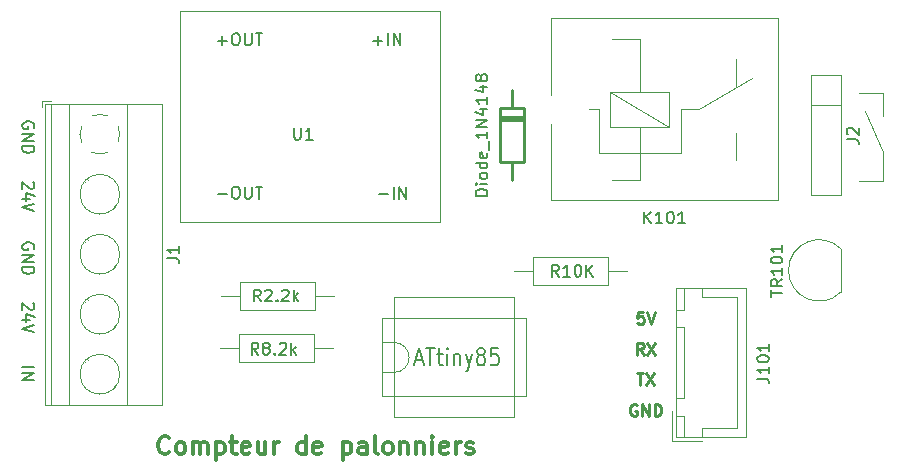
<source format=gbr>
%TF.GenerationSoftware,KiCad,Pcbnew,(5.1.9)-1*%
%TF.CreationDate,2023-05-28T15:43:21+02:00*%
%TF.ProjectId,Compteur_palonniers,436f6d70-7465-4757-925f-70616c6f6e6e,rev?*%
%TF.SameCoordinates,PX6dac2c0PY7bfa480*%
%TF.FileFunction,Legend,Top*%
%TF.FilePolarity,Positive*%
%FSLAX46Y46*%
G04 Gerber Fmt 4.6, Leading zero omitted, Abs format (unit mm)*
G04 Created by KiCad (PCBNEW (5.1.9)-1) date 2023-05-28 15:43:21*
%MOMM*%
%LPD*%
G01*
G04 APERTURE LIST*
%ADD10C,0.250000*%
%ADD11C,0.300000*%
%ADD12C,0.120000*%
%ADD13C,0.150000*%
%ADD14C,0.254000*%
G04 APERTURE END LIST*
D10*
X52738095Y8500000D02*
X52642857Y8547620D01*
X52500000Y8547620D01*
X52357142Y8500000D01*
X52261904Y8404762D01*
X52214285Y8309524D01*
X52166666Y8119048D01*
X52166666Y7976191D01*
X52214285Y7785715D01*
X52261904Y7690477D01*
X52357142Y7595239D01*
X52500000Y7547620D01*
X52595238Y7547620D01*
X52738095Y7595239D01*
X52785714Y7642858D01*
X52785714Y7976191D01*
X52595238Y7976191D01*
X53214285Y7547620D02*
X53214285Y8547620D01*
X53785714Y7547620D01*
X53785714Y8547620D01*
X54261904Y7547620D02*
X54261904Y8547620D01*
X54500000Y8547620D01*
X54642857Y8500000D01*
X54738095Y8404762D01*
X54785714Y8309524D01*
X54833333Y8119048D01*
X54833333Y7976191D01*
X54785714Y7785715D01*
X54738095Y7690477D01*
X54642857Y7595239D01*
X54500000Y7547620D01*
X54261904Y7547620D01*
X52738095Y11147620D02*
X53309523Y11147620D01*
X53023809Y10147620D02*
X53023809Y11147620D01*
X53547619Y11147620D02*
X54214285Y10147620D01*
X54214285Y11147620D02*
X53547619Y10147620D01*
X53333333Y12747620D02*
X53000000Y13223810D01*
X52761904Y12747620D02*
X52761904Y13747620D01*
X53142857Y13747620D01*
X53238095Y13700000D01*
X53285714Y13652381D01*
X53333333Y13557143D01*
X53333333Y13414286D01*
X53285714Y13319048D01*
X53238095Y13271429D01*
X53142857Y13223810D01*
X52761904Y13223810D01*
X53666666Y13747620D02*
X54333333Y12747620D01*
X54333333Y13747620D02*
X53666666Y12747620D01*
X53309523Y16347620D02*
X52833333Y16347620D01*
X52785714Y15871429D01*
X52833333Y15919048D01*
X52928571Y15966667D01*
X53166666Y15966667D01*
X53261904Y15919048D01*
X53309523Y15871429D01*
X53357142Y15776191D01*
X53357142Y15538096D01*
X53309523Y15442858D01*
X53261904Y15395239D01*
X53166666Y15347620D01*
X52928571Y15347620D01*
X52833333Y15395239D01*
X52785714Y15442858D01*
X53642857Y16347620D02*
X53976190Y15347620D01*
X54309523Y16347620D01*
D11*
X13171428Y4464286D02*
X13100000Y4392858D01*
X12885714Y4321429D01*
X12742857Y4321429D01*
X12528571Y4392858D01*
X12385714Y4535715D01*
X12314285Y4678572D01*
X12242857Y4964286D01*
X12242857Y5178572D01*
X12314285Y5464286D01*
X12385714Y5607143D01*
X12528571Y5750000D01*
X12742857Y5821429D01*
X12885714Y5821429D01*
X13100000Y5750000D01*
X13171428Y5678572D01*
X14028571Y4321429D02*
X13885714Y4392858D01*
X13814285Y4464286D01*
X13742857Y4607143D01*
X13742857Y5035715D01*
X13814285Y5178572D01*
X13885714Y5250000D01*
X14028571Y5321429D01*
X14242857Y5321429D01*
X14385714Y5250000D01*
X14457142Y5178572D01*
X14528571Y5035715D01*
X14528571Y4607143D01*
X14457142Y4464286D01*
X14385714Y4392858D01*
X14242857Y4321429D01*
X14028571Y4321429D01*
X15171428Y4321429D02*
X15171428Y5321429D01*
X15171428Y5178572D02*
X15242857Y5250000D01*
X15385714Y5321429D01*
X15600000Y5321429D01*
X15742857Y5250000D01*
X15814285Y5107143D01*
X15814285Y4321429D01*
X15814285Y5107143D02*
X15885714Y5250000D01*
X16028571Y5321429D01*
X16242857Y5321429D01*
X16385714Y5250000D01*
X16457142Y5107143D01*
X16457142Y4321429D01*
X17171428Y5321429D02*
X17171428Y3821429D01*
X17171428Y5250000D02*
X17314285Y5321429D01*
X17600000Y5321429D01*
X17742857Y5250000D01*
X17814285Y5178572D01*
X17885714Y5035715D01*
X17885714Y4607143D01*
X17814285Y4464286D01*
X17742857Y4392858D01*
X17600000Y4321429D01*
X17314285Y4321429D01*
X17171428Y4392858D01*
X18314285Y5321429D02*
X18885714Y5321429D01*
X18528571Y5821429D02*
X18528571Y4535715D01*
X18600000Y4392858D01*
X18742857Y4321429D01*
X18885714Y4321429D01*
X19957142Y4392858D02*
X19814285Y4321429D01*
X19528571Y4321429D01*
X19385714Y4392858D01*
X19314285Y4535715D01*
X19314285Y5107143D01*
X19385714Y5250000D01*
X19528571Y5321429D01*
X19814285Y5321429D01*
X19957142Y5250000D01*
X20028571Y5107143D01*
X20028571Y4964286D01*
X19314285Y4821429D01*
X21314285Y5321429D02*
X21314285Y4321429D01*
X20671428Y5321429D02*
X20671428Y4535715D01*
X20742857Y4392858D01*
X20885714Y4321429D01*
X21100000Y4321429D01*
X21242857Y4392858D01*
X21314285Y4464286D01*
X22028571Y4321429D02*
X22028571Y5321429D01*
X22028571Y5035715D02*
X22100000Y5178572D01*
X22171428Y5250000D01*
X22314285Y5321429D01*
X22457142Y5321429D01*
X24742857Y4321429D02*
X24742857Y5821429D01*
X24742857Y4392858D02*
X24600000Y4321429D01*
X24314285Y4321429D01*
X24171428Y4392858D01*
X24100000Y4464286D01*
X24028571Y4607143D01*
X24028571Y5035715D01*
X24100000Y5178572D01*
X24171428Y5250000D01*
X24314285Y5321429D01*
X24600000Y5321429D01*
X24742857Y5250000D01*
X26028571Y4392858D02*
X25885714Y4321429D01*
X25600000Y4321429D01*
X25457142Y4392858D01*
X25385714Y4535715D01*
X25385714Y5107143D01*
X25457142Y5250000D01*
X25600000Y5321429D01*
X25885714Y5321429D01*
X26028571Y5250000D01*
X26100000Y5107143D01*
X26100000Y4964286D01*
X25385714Y4821429D01*
X27885714Y5321429D02*
X27885714Y3821429D01*
X27885714Y5250000D02*
X28028571Y5321429D01*
X28314285Y5321429D01*
X28457142Y5250000D01*
X28528571Y5178572D01*
X28600000Y5035715D01*
X28600000Y4607143D01*
X28528571Y4464286D01*
X28457142Y4392858D01*
X28314285Y4321429D01*
X28028571Y4321429D01*
X27885714Y4392858D01*
X29885714Y4321429D02*
X29885714Y5107143D01*
X29814285Y5250000D01*
X29671428Y5321429D01*
X29385714Y5321429D01*
X29242857Y5250000D01*
X29885714Y4392858D02*
X29742857Y4321429D01*
X29385714Y4321429D01*
X29242857Y4392858D01*
X29171428Y4535715D01*
X29171428Y4678572D01*
X29242857Y4821429D01*
X29385714Y4892858D01*
X29742857Y4892858D01*
X29885714Y4964286D01*
X30814285Y4321429D02*
X30671428Y4392858D01*
X30600000Y4535715D01*
X30600000Y5821429D01*
X31600000Y4321429D02*
X31457142Y4392858D01*
X31385714Y4464286D01*
X31314285Y4607143D01*
X31314285Y5035715D01*
X31385714Y5178572D01*
X31457142Y5250000D01*
X31600000Y5321429D01*
X31814285Y5321429D01*
X31957142Y5250000D01*
X32028571Y5178572D01*
X32100000Y5035715D01*
X32100000Y4607143D01*
X32028571Y4464286D01*
X31957142Y4392858D01*
X31814285Y4321429D01*
X31600000Y4321429D01*
X32742857Y5321429D02*
X32742857Y4321429D01*
X32742857Y5178572D02*
X32814285Y5250000D01*
X32957142Y5321429D01*
X33171428Y5321429D01*
X33314285Y5250000D01*
X33385714Y5107143D01*
X33385714Y4321429D01*
X34100000Y5321429D02*
X34100000Y4321429D01*
X34100000Y5178572D02*
X34171428Y5250000D01*
X34314285Y5321429D01*
X34528571Y5321429D01*
X34671428Y5250000D01*
X34742857Y5107143D01*
X34742857Y4321429D01*
X35457142Y4321429D02*
X35457142Y5321429D01*
X35457142Y5821429D02*
X35385714Y5750000D01*
X35457142Y5678572D01*
X35528571Y5750000D01*
X35457142Y5821429D01*
X35457142Y5678572D01*
X36742857Y4392858D02*
X36600000Y4321429D01*
X36314285Y4321429D01*
X36171428Y4392858D01*
X36100000Y4535715D01*
X36100000Y5107143D01*
X36171428Y5250000D01*
X36314285Y5321429D01*
X36600000Y5321429D01*
X36742857Y5250000D01*
X36814285Y5107143D01*
X36814285Y4964286D01*
X36100000Y4821429D01*
X37457142Y4321429D02*
X37457142Y5321429D01*
X37457142Y5035715D02*
X37528571Y5178572D01*
X37600000Y5250000D01*
X37742857Y5321429D01*
X37885714Y5321429D01*
X38314285Y4392858D02*
X38457142Y4321429D01*
X38742857Y4321429D01*
X38885714Y4392858D01*
X38957142Y4535715D01*
X38957142Y4607143D01*
X38885714Y4750000D01*
X38742857Y4821429D01*
X38528571Y4821429D01*
X38385714Y4892858D01*
X38314285Y5035715D01*
X38314285Y5107143D01*
X38385714Y5250000D01*
X38528571Y5321429D01*
X38742857Y5321429D01*
X38885714Y5250000D01*
D12*
X73600000Y29900000D02*
X72100000Y33400000D01*
X73600000Y27400000D02*
X73600000Y29900000D01*
X71600000Y27400000D02*
X73600000Y27400000D01*
X73600000Y34900000D02*
X73600000Y32900000D01*
X71600000Y34900000D02*
X73600000Y34900000D01*
D13*
X747619Y11673810D02*
X1747619Y11673810D01*
X747619Y11197620D02*
X1747619Y11197620D01*
X747619Y10626191D01*
X1747619Y10626191D01*
X1652380Y17090477D02*
X1700000Y17042858D01*
X1747619Y16947620D01*
X1747619Y16709524D01*
X1700000Y16614286D01*
X1652380Y16566667D01*
X1557142Y16519048D01*
X1461904Y16519048D01*
X1319047Y16566667D01*
X747619Y17138096D01*
X747619Y16519048D01*
X1414285Y15661905D02*
X747619Y15661905D01*
X1795238Y15900000D02*
X1080952Y16138096D01*
X1080952Y15519048D01*
X1747619Y15280953D02*
X747619Y14947620D01*
X1747619Y14614286D01*
X1700000Y21661905D02*
X1747619Y21757143D01*
X1747619Y21900000D01*
X1700000Y22042858D01*
X1604761Y22138096D01*
X1509523Y22185715D01*
X1319047Y22233334D01*
X1176190Y22233334D01*
X985714Y22185715D01*
X890476Y22138096D01*
X795238Y22042858D01*
X747619Y21900000D01*
X747619Y21804762D01*
X795238Y21661905D01*
X842857Y21614286D01*
X1176190Y21614286D01*
X1176190Y21804762D01*
X747619Y21185715D02*
X1747619Y21185715D01*
X747619Y20614286D01*
X1747619Y20614286D01*
X747619Y20138096D02*
X1747619Y20138096D01*
X1747619Y19900000D01*
X1700000Y19757143D01*
X1604761Y19661905D01*
X1509523Y19614286D01*
X1319047Y19566667D01*
X1176190Y19566667D01*
X985714Y19614286D01*
X890476Y19661905D01*
X795238Y19757143D01*
X747619Y19900000D01*
X747619Y20138096D01*
X1700000Y31911905D02*
X1747619Y32007143D01*
X1747619Y32150000D01*
X1700000Y32292858D01*
X1604761Y32388096D01*
X1509523Y32435715D01*
X1319047Y32483334D01*
X1176190Y32483334D01*
X985714Y32435715D01*
X890476Y32388096D01*
X795238Y32292858D01*
X747619Y32150000D01*
X747619Y32054762D01*
X795238Y31911905D01*
X842857Y31864286D01*
X1176190Y31864286D01*
X1176190Y32054762D01*
X747619Y31435715D02*
X1747619Y31435715D01*
X747619Y30864286D01*
X1747619Y30864286D01*
X747619Y30388096D02*
X1747619Y30388096D01*
X1747619Y30150000D01*
X1700000Y30007143D01*
X1604761Y29911905D01*
X1509523Y29864286D01*
X1319047Y29816667D01*
X1176190Y29816667D01*
X985714Y29864286D01*
X890476Y29911905D01*
X795238Y30007143D01*
X747619Y30150000D01*
X747619Y30388096D01*
X1652380Y27340477D02*
X1700000Y27292858D01*
X1747619Y27197620D01*
X1747619Y26959524D01*
X1700000Y26864286D01*
X1652380Y26816667D01*
X1557142Y26769048D01*
X1461904Y26769048D01*
X1319047Y26816667D01*
X747619Y27388096D01*
X747619Y26769048D01*
X1414285Y25911905D02*
X747619Y25911905D01*
X1795238Y26150000D02*
X1080952Y26388096D01*
X1080952Y25769048D01*
X1747619Y25530953D02*
X747619Y25197620D01*
X1747619Y24864286D01*
D12*
%TO.C,R103*%
X44000000Y18600000D02*
X44000000Y21000000D01*
X50300000Y18600000D02*
X44000000Y18600000D01*
X50300000Y21000000D02*
X50300000Y18600000D01*
X44000000Y21000000D02*
X50300000Y21000000D01*
X42349000Y19800000D02*
X44000000Y19800000D01*
X51951000Y19800000D02*
X50300000Y19800000D01*
%TO.C,J1*%
X2400000Y34240000D02*
X2400000Y33740000D01*
X3140000Y34240000D02*
X2400000Y34240000D01*
X6277000Y12307000D02*
X6231000Y12354000D01*
X8575000Y10010000D02*
X8539000Y10045000D01*
X6061000Y12114000D02*
X6026000Y12149000D01*
X8369000Y9805000D02*
X8323000Y9852000D01*
X6277000Y17387000D02*
X6231000Y17434000D01*
X8575000Y15090000D02*
X8539000Y15125000D01*
X6061000Y17194000D02*
X6026000Y17229000D01*
X8369000Y14885000D02*
X8323000Y14932000D01*
X6277000Y22467000D02*
X6231000Y22514000D01*
X8575000Y20170000D02*
X8539000Y20205000D01*
X6061000Y22274000D02*
X6026000Y22309000D01*
X8369000Y19965000D02*
X8323000Y20012000D01*
X6277000Y27547000D02*
X6231000Y27594000D01*
X8575000Y25250000D02*
X8539000Y25285000D01*
X6061000Y27354000D02*
X6026000Y27389000D01*
X8369000Y25045000D02*
X8323000Y25092000D01*
X12561000Y8480000D02*
X2640000Y8480000D01*
X12561000Y34000000D02*
X2640000Y34000000D01*
X2640000Y34000000D02*
X2640000Y8480000D01*
X12561000Y34000000D02*
X12561000Y8480000D01*
X9601000Y34000000D02*
X9601000Y8480000D01*
X4700000Y34000000D02*
X4700000Y8480000D01*
X3200000Y34000000D02*
X3200000Y8480000D01*
X8980000Y11080000D02*
G75*
G03*
X8980000Y11080000I-1680000J0D01*
G01*
X8980000Y16160000D02*
G75*
G03*
X8980000Y16160000I-1680000J0D01*
G01*
X8980000Y21240000D02*
G75*
G03*
X8980000Y21240000I-1680000J0D01*
G01*
X8980000Y26320000D02*
G75*
G03*
X8980000Y26320000I-1680000J0D01*
G01*
X5619747Y31371195D02*
G75*
G02*
X5765000Y32084000I1680253J28805D01*
G01*
X6616958Y32935426D02*
G75*
G02*
X7984000Y32935000I683042J-1535426D01*
G01*
X8835426Y32083042D02*
G75*
G02*
X8835000Y30716000I-1535426J-683042D01*
G01*
X7983042Y29864574D02*
G75*
G02*
X6616000Y29865000I-683042J1535426D01*
G01*
X5765244Y30716682D02*
G75*
G02*
X5620000Y31400000I1534756J683318D01*
G01*
%TO.C,TR101*%
X70050000Y18070000D02*
X70050000Y21670000D01*
X70038478Y21708478D02*
G75*
G03*
X65600000Y19870000I-1838478J-1838478D01*
G01*
X70038478Y18031522D02*
G75*
G02*
X65600000Y19870000I-1838478J1838478D01*
G01*
%TO.C,K101*%
X55500000Y32000000D02*
X50500000Y32000000D01*
X55500000Y35000000D02*
X55500000Y32000000D01*
X50500000Y35000000D02*
X55500000Y35000000D01*
X50500000Y32000000D02*
X50500000Y35000000D01*
X55500000Y32000000D02*
X50500000Y35000000D01*
X53000000Y32000000D02*
X53000000Y27500000D01*
X53000000Y39500000D02*
X53000000Y35000000D01*
X49600000Y33500000D02*
X49600000Y29800000D01*
X56500000Y33500000D02*
X56500000Y29800000D01*
X56500000Y29800000D02*
X49600000Y29800000D01*
X58000000Y33500000D02*
X62500000Y36200000D01*
X56500000Y33500000D02*
X58000000Y33500000D01*
X53000000Y39500000D02*
X50700000Y39500000D01*
X49600000Y33500000D02*
X48700000Y33500000D01*
X50700000Y27500000D02*
X53000000Y27500000D01*
X61200000Y37800000D02*
X61200000Y35500000D01*
X61200000Y29200000D02*
X61200000Y31500000D01*
X64700000Y25800000D02*
X45500000Y25800000D01*
X64700000Y41200000D02*
X64700000Y25800000D01*
X45500000Y41200000D02*
X64700000Y41200000D01*
X45500000Y41200000D02*
X45500000Y34700000D01*
X45500000Y32300000D02*
X45500000Y25800000D01*
%TO.C,J101*%
X56050000Y5750000D02*
X62000000Y5750000D01*
X62000000Y5750000D02*
X62000000Y18350000D01*
X62000000Y18350000D02*
X56050000Y18350000D01*
X56050000Y18350000D02*
X56050000Y5750000D01*
X56050000Y9050000D02*
X56800000Y9050000D01*
X56800000Y9050000D02*
X56800000Y15050000D01*
X56800000Y15050000D02*
X56050000Y15050000D01*
X56050000Y15050000D02*
X56050000Y9050000D01*
X56050000Y5750000D02*
X56800000Y5750000D01*
X56800000Y5750000D02*
X56800000Y7550000D01*
X56800000Y7550000D02*
X56050000Y7550000D01*
X56050000Y7550000D02*
X56050000Y5750000D01*
X56050000Y16550000D02*
X56800000Y16550000D01*
X56800000Y16550000D02*
X56800000Y18350000D01*
X56800000Y18350000D02*
X56050000Y18350000D01*
X56050000Y18350000D02*
X56050000Y16550000D01*
X58300000Y5750000D02*
X58300000Y6500000D01*
X58300000Y6500000D02*
X61250000Y6500000D01*
X61250000Y6500000D02*
X61250000Y12050000D01*
X58300000Y18350000D02*
X58300000Y17600000D01*
X58300000Y17600000D02*
X61250000Y17600000D01*
X61250000Y17600000D02*
X61250000Y12050000D01*
X55750000Y7950000D02*
X55750000Y5450000D01*
X55750000Y5450000D02*
X58250000Y5450000D01*
D14*
%TO.C,D101*%
X43216000Y32824000D02*
X41184000Y32824000D01*
X41184000Y32570000D02*
X43216000Y32570000D01*
X42200000Y35110000D02*
X42200000Y33586000D01*
X42200000Y29014000D02*
X42200000Y27490000D01*
X41184000Y29014000D02*
X41184000Y33586000D01*
X41184000Y33586000D02*
X43216000Y33586000D01*
X43216000Y33586000D02*
X43216000Y29014000D01*
X43216000Y29014000D02*
X41184000Y29014000D01*
D12*
%TO.C,J2*%
X70070000Y33840000D02*
X67530000Y33840000D01*
X67530000Y26220000D02*
X67530000Y36380000D01*
X70070000Y36380000D02*
X70070000Y26220000D01*
X67530000Y36380000D02*
X70070000Y36380000D01*
X70070000Y26220000D02*
X67530000Y26220000D01*
%TO.C,R102*%
X25500000Y18900000D02*
X25500000Y16500000D01*
X19200000Y18900000D02*
X25500000Y18900000D01*
X19200000Y16500000D02*
X19200000Y18900000D01*
X25500000Y16500000D02*
X19200000Y16500000D01*
X27151000Y17700000D02*
X25500000Y17700000D01*
X17549000Y17700000D02*
X19200000Y17700000D01*
%TO.C,R101*%
X19100000Y12100000D02*
X19100000Y14500000D01*
X25400000Y12100000D02*
X19100000Y12100000D01*
X25400000Y14500000D02*
X25400000Y12100000D01*
X19100000Y14500000D02*
X25400000Y14500000D01*
X17449000Y13300000D02*
X19100000Y13300000D01*
X27051000Y13300000D02*
X25400000Y13300000D01*
%TO.C,U2*%
X31204000Y9198000D02*
X31204000Y15802000D01*
X43396000Y15802000D02*
X43396000Y9198000D01*
X32220000Y7420000D02*
X32220000Y17580000D01*
X42380000Y17580000D02*
X42380000Y7420000D01*
X32220000Y13770000D02*
X31204000Y13770000D01*
X32220000Y11230000D02*
X31204000Y11230000D01*
X31204000Y15802000D02*
X43396000Y15802000D01*
X42380000Y17580000D02*
X32220000Y17580000D01*
X31204000Y9198000D02*
X43396000Y9198000D01*
X42380000Y7420000D02*
X32220000Y7420000D01*
X32220000Y11230000D02*
G75*
G03*
X33490000Y12500000I0J1270000D01*
G01*
X33490000Y12500000D02*
G75*
G03*
X32220000Y13770000I-1270000J0D01*
G01*
%TO.C,U1*%
X14100000Y24900000D02*
X14100000Y24000000D01*
X36100000Y24900000D02*
X36100000Y24000000D01*
X36100000Y24000000D02*
X14100000Y24000000D01*
X14100000Y24900000D02*
X14100000Y41800000D01*
X14100000Y41800000D02*
X36100000Y41800000D01*
X36100000Y41800000D02*
X36100000Y24800000D01*
%TO.C,R103*%
D13*
X46157142Y19347620D02*
X45823809Y19823810D01*
X45585714Y19347620D02*
X45585714Y20347620D01*
X45966666Y20347620D01*
X46061904Y20300000D01*
X46109523Y20252381D01*
X46157142Y20157143D01*
X46157142Y20014286D01*
X46109523Y19919048D01*
X46061904Y19871429D01*
X45966666Y19823810D01*
X45585714Y19823810D01*
X47109523Y19347620D02*
X46538095Y19347620D01*
X46823809Y19347620D02*
X46823809Y20347620D01*
X46728571Y20204762D01*
X46633333Y20109524D01*
X46538095Y20061905D01*
X47728571Y20347620D02*
X47823809Y20347620D01*
X47919047Y20300000D01*
X47966666Y20252381D01*
X48014285Y20157143D01*
X48061904Y19966667D01*
X48061904Y19728572D01*
X48014285Y19538096D01*
X47966666Y19442858D01*
X47919047Y19395239D01*
X47823809Y19347620D01*
X47728571Y19347620D01*
X47633333Y19395239D01*
X47585714Y19442858D01*
X47538095Y19538096D01*
X47490476Y19728572D01*
X47490476Y19966667D01*
X47538095Y20157143D01*
X47585714Y20252381D01*
X47633333Y20300000D01*
X47728571Y20347620D01*
X48490476Y19347620D02*
X48490476Y20347620D01*
X49061904Y19347620D02*
X48633333Y19919048D01*
X49061904Y20347620D02*
X48490476Y19776191D01*
%TO.C,J1*%
X13012380Y20906667D02*
X13726666Y20906667D01*
X13869523Y20859048D01*
X13964761Y20763810D01*
X14012380Y20620953D01*
X14012380Y20525715D01*
X14012380Y21906667D02*
X14012380Y21335239D01*
X14012380Y21620953D02*
X13012380Y21620953D01*
X13155238Y21525715D01*
X13250476Y21430477D01*
X13298095Y21335239D01*
%TO.C,TR101*%
X64092380Y17655715D02*
X64092380Y18227143D01*
X65092380Y17941429D02*
X64092380Y17941429D01*
X65092380Y19131905D02*
X64616190Y18798572D01*
X65092380Y18560477D02*
X64092380Y18560477D01*
X64092380Y18941429D01*
X64140000Y19036667D01*
X64187619Y19084286D01*
X64282857Y19131905D01*
X64425714Y19131905D01*
X64520952Y19084286D01*
X64568571Y19036667D01*
X64616190Y18941429D01*
X64616190Y18560477D01*
X65092380Y20084286D02*
X65092380Y19512858D01*
X65092380Y19798572D02*
X64092380Y19798572D01*
X64235238Y19703334D01*
X64330476Y19608096D01*
X64378095Y19512858D01*
X64092380Y20703334D02*
X64092380Y20798572D01*
X64140000Y20893810D01*
X64187619Y20941429D01*
X64282857Y20989048D01*
X64473333Y21036667D01*
X64711428Y21036667D01*
X64901904Y20989048D01*
X64997142Y20941429D01*
X65044761Y20893810D01*
X65092380Y20798572D01*
X65092380Y20703334D01*
X65044761Y20608096D01*
X64997142Y20560477D01*
X64901904Y20512858D01*
X64711428Y20465239D01*
X64473333Y20465239D01*
X64282857Y20512858D01*
X64187619Y20560477D01*
X64140000Y20608096D01*
X64092380Y20703334D01*
X65092380Y21989048D02*
X65092380Y21417620D01*
X65092380Y21703334D02*
X64092380Y21703334D01*
X64235238Y21608096D01*
X64330476Y21512858D01*
X64378095Y21417620D01*
%TO.C,K101*%
X53409523Y23847620D02*
X53409523Y24847620D01*
X53980952Y23847620D02*
X53552380Y24419048D01*
X53980952Y24847620D02*
X53409523Y24276191D01*
X54933333Y23847620D02*
X54361904Y23847620D01*
X54647619Y23847620D02*
X54647619Y24847620D01*
X54552380Y24704762D01*
X54457142Y24609524D01*
X54361904Y24561905D01*
X55552380Y24847620D02*
X55647619Y24847620D01*
X55742857Y24800000D01*
X55790476Y24752381D01*
X55838095Y24657143D01*
X55885714Y24466667D01*
X55885714Y24228572D01*
X55838095Y24038096D01*
X55790476Y23942858D01*
X55742857Y23895239D01*
X55647619Y23847620D01*
X55552380Y23847620D01*
X55457142Y23895239D01*
X55409523Y23942858D01*
X55361904Y24038096D01*
X55314285Y24228572D01*
X55314285Y24466667D01*
X55361904Y24657143D01*
X55409523Y24752381D01*
X55457142Y24800000D01*
X55552380Y24847620D01*
X56838095Y23847620D02*
X56266666Y23847620D01*
X56552380Y23847620D02*
X56552380Y24847620D01*
X56457142Y24704762D01*
X56361904Y24609524D01*
X56266666Y24561905D01*
%TO.C,J101*%
X62952380Y10714286D02*
X63666666Y10714286D01*
X63809523Y10666667D01*
X63904761Y10571429D01*
X63952380Y10428572D01*
X63952380Y10333334D01*
X63952380Y11714286D02*
X63952380Y11142858D01*
X63952380Y11428572D02*
X62952380Y11428572D01*
X63095238Y11333334D01*
X63190476Y11238096D01*
X63238095Y11142858D01*
X62952380Y12333334D02*
X62952380Y12428572D01*
X63000000Y12523810D01*
X63047619Y12571429D01*
X63142857Y12619048D01*
X63333333Y12666667D01*
X63571428Y12666667D01*
X63761904Y12619048D01*
X63857142Y12571429D01*
X63904761Y12523810D01*
X63952380Y12428572D01*
X63952380Y12333334D01*
X63904761Y12238096D01*
X63857142Y12190477D01*
X63761904Y12142858D01*
X63571428Y12095239D01*
X63333333Y12095239D01*
X63142857Y12142858D01*
X63047619Y12190477D01*
X63000000Y12238096D01*
X62952380Y12333334D01*
X63952380Y13619048D02*
X63952380Y13047620D01*
X63952380Y13333334D02*
X62952380Y13333334D01*
X63095238Y13238096D01*
X63190476Y13142858D01*
X63238095Y13047620D01*
%TO.C,D101*%
X40112380Y26180953D02*
X39112380Y26180953D01*
X39112380Y26419048D01*
X39160000Y26561905D01*
X39255238Y26657143D01*
X39350476Y26704762D01*
X39540952Y26752381D01*
X39683809Y26752381D01*
X39874285Y26704762D01*
X39969523Y26657143D01*
X40064761Y26561905D01*
X40112380Y26419048D01*
X40112380Y26180953D01*
X40112380Y27180953D02*
X39445714Y27180953D01*
X39112380Y27180953D02*
X39160000Y27133334D01*
X39207619Y27180953D01*
X39160000Y27228572D01*
X39112380Y27180953D01*
X39207619Y27180953D01*
X40112380Y27800000D02*
X40064761Y27704762D01*
X40017142Y27657143D01*
X39921904Y27609524D01*
X39636190Y27609524D01*
X39540952Y27657143D01*
X39493333Y27704762D01*
X39445714Y27800000D01*
X39445714Y27942858D01*
X39493333Y28038096D01*
X39540952Y28085715D01*
X39636190Y28133334D01*
X39921904Y28133334D01*
X40017142Y28085715D01*
X40064761Y28038096D01*
X40112380Y27942858D01*
X40112380Y27800000D01*
X40112380Y28990477D02*
X39112380Y28990477D01*
X40064761Y28990477D02*
X40112380Y28895239D01*
X40112380Y28704762D01*
X40064761Y28609524D01*
X40017142Y28561905D01*
X39921904Y28514286D01*
X39636190Y28514286D01*
X39540952Y28561905D01*
X39493333Y28609524D01*
X39445714Y28704762D01*
X39445714Y28895239D01*
X39493333Y28990477D01*
X40064761Y29847620D02*
X40112380Y29752381D01*
X40112380Y29561905D01*
X40064761Y29466667D01*
X39969523Y29419048D01*
X39588571Y29419048D01*
X39493333Y29466667D01*
X39445714Y29561905D01*
X39445714Y29752381D01*
X39493333Y29847620D01*
X39588571Y29895239D01*
X39683809Y29895239D01*
X39779047Y29419048D01*
X40207619Y30085715D02*
X40207619Y30847620D01*
X40112380Y31609524D02*
X40112380Y31038096D01*
X40112380Y31323810D02*
X39112380Y31323810D01*
X39255238Y31228572D01*
X39350476Y31133334D01*
X39398095Y31038096D01*
X40112380Y32038096D02*
X39112380Y32038096D01*
X40112380Y32609524D01*
X39112380Y32609524D01*
X39445714Y33514286D02*
X40112380Y33514286D01*
X39064761Y33276191D02*
X39779047Y33038096D01*
X39779047Y33657143D01*
X40112380Y34561905D02*
X40112380Y33990477D01*
X40112380Y34276191D02*
X39112380Y34276191D01*
X39255238Y34180953D01*
X39350476Y34085715D01*
X39398095Y33990477D01*
X39445714Y35419048D02*
X40112380Y35419048D01*
X39064761Y35180953D02*
X39779047Y34942858D01*
X39779047Y35561905D01*
X39540952Y36085715D02*
X39493333Y35990477D01*
X39445714Y35942858D01*
X39350476Y35895239D01*
X39302857Y35895239D01*
X39207619Y35942858D01*
X39160000Y35990477D01*
X39112380Y36085715D01*
X39112380Y36276191D01*
X39160000Y36371429D01*
X39207619Y36419048D01*
X39302857Y36466667D01*
X39350476Y36466667D01*
X39445714Y36419048D01*
X39493333Y36371429D01*
X39540952Y36276191D01*
X39540952Y36085715D01*
X39588571Y35990477D01*
X39636190Y35942858D01*
X39731428Y35895239D01*
X39921904Y35895239D01*
X40017142Y35942858D01*
X40064761Y35990477D01*
X40112380Y36085715D01*
X40112380Y36276191D01*
X40064761Y36371429D01*
X40017142Y36419048D01*
X39921904Y36466667D01*
X39731428Y36466667D01*
X39636190Y36419048D01*
X39588571Y36371429D01*
X39540952Y36276191D01*
%TO.C,J2*%
X70552380Y30956667D02*
X71266666Y30956667D01*
X71409523Y30909048D01*
X71504761Y30813810D01*
X71552380Y30670953D01*
X71552380Y30575715D01*
X70647619Y31385239D02*
X70600000Y31432858D01*
X70552380Y31528096D01*
X70552380Y31766191D01*
X70600000Y31861429D01*
X70647619Y31909048D01*
X70742857Y31956667D01*
X70838095Y31956667D01*
X70980952Y31909048D01*
X71552380Y31337620D01*
X71552380Y31956667D01*
%TO.C,R102*%
X20914285Y17247620D02*
X20580952Y17723810D01*
X20342857Y17247620D02*
X20342857Y18247620D01*
X20723809Y18247620D01*
X20819047Y18200000D01*
X20866666Y18152381D01*
X20914285Y18057143D01*
X20914285Y17914286D01*
X20866666Y17819048D01*
X20819047Y17771429D01*
X20723809Y17723810D01*
X20342857Y17723810D01*
X21295238Y18152381D02*
X21342857Y18200000D01*
X21438095Y18247620D01*
X21676190Y18247620D01*
X21771428Y18200000D01*
X21819047Y18152381D01*
X21866666Y18057143D01*
X21866666Y17961905D01*
X21819047Y17819048D01*
X21247619Y17247620D01*
X21866666Y17247620D01*
X22295238Y17342858D02*
X22342857Y17295239D01*
X22295238Y17247620D01*
X22247619Y17295239D01*
X22295238Y17342858D01*
X22295238Y17247620D01*
X22723809Y18152381D02*
X22771428Y18200000D01*
X22866666Y18247620D01*
X23104761Y18247620D01*
X23200000Y18200000D01*
X23247619Y18152381D01*
X23295238Y18057143D01*
X23295238Y17961905D01*
X23247619Y17819048D01*
X22676190Y17247620D01*
X23295238Y17247620D01*
X23723809Y17247620D02*
X23723809Y18247620D01*
X23819047Y17628572D02*
X24104761Y17247620D01*
X24104761Y17914286D02*
X23723809Y17533334D01*
%TO.C,R101*%
X20714285Y12747620D02*
X20380952Y13223810D01*
X20142857Y12747620D02*
X20142857Y13747620D01*
X20523809Y13747620D01*
X20619047Y13700000D01*
X20666666Y13652381D01*
X20714285Y13557143D01*
X20714285Y13414286D01*
X20666666Y13319048D01*
X20619047Y13271429D01*
X20523809Y13223810D01*
X20142857Y13223810D01*
X21285714Y13319048D02*
X21190476Y13366667D01*
X21142857Y13414286D01*
X21095238Y13509524D01*
X21095238Y13557143D01*
X21142857Y13652381D01*
X21190476Y13700000D01*
X21285714Y13747620D01*
X21476190Y13747620D01*
X21571428Y13700000D01*
X21619047Y13652381D01*
X21666666Y13557143D01*
X21666666Y13509524D01*
X21619047Y13414286D01*
X21571428Y13366667D01*
X21476190Y13319048D01*
X21285714Y13319048D01*
X21190476Y13271429D01*
X21142857Y13223810D01*
X21095238Y13128572D01*
X21095238Y12938096D01*
X21142857Y12842858D01*
X21190476Y12795239D01*
X21285714Y12747620D01*
X21476190Y12747620D01*
X21571428Y12795239D01*
X21619047Y12842858D01*
X21666666Y12938096D01*
X21666666Y13128572D01*
X21619047Y13223810D01*
X21571428Y13271429D01*
X21476190Y13319048D01*
X22095238Y12842858D02*
X22142857Y12795239D01*
X22095238Y12747620D01*
X22047619Y12795239D01*
X22095238Y12842858D01*
X22095238Y12747620D01*
X22523809Y13652381D02*
X22571428Y13700000D01*
X22666666Y13747620D01*
X22904761Y13747620D01*
X23000000Y13700000D01*
X23047619Y13652381D01*
X23095238Y13557143D01*
X23095238Y13461905D01*
X23047619Y13319048D01*
X22476190Y12747620D01*
X23095238Y12747620D01*
X23523809Y12747620D02*
X23523809Y13747620D01*
X23619047Y13128572D02*
X23904761Y12747620D01*
X23904761Y13414286D02*
X23523809Y13033334D01*
%TO.C,U2*%
X34035714Y12250000D02*
X34607142Y12250000D01*
X33921428Y11821429D02*
X34321428Y13321429D01*
X34721428Y11821429D01*
X34950000Y13321429D02*
X35635714Y13321429D01*
X35292857Y11821429D02*
X35292857Y13321429D01*
X35864285Y12821429D02*
X36321428Y12821429D01*
X36035714Y13321429D02*
X36035714Y12035715D01*
X36092857Y11892858D01*
X36207142Y11821429D01*
X36321428Y11821429D01*
X36721428Y11821429D02*
X36721428Y12821429D01*
X36721428Y13321429D02*
X36664285Y13250000D01*
X36721428Y13178572D01*
X36778571Y13250000D01*
X36721428Y13321429D01*
X36721428Y13178572D01*
X37292857Y12821429D02*
X37292857Y11821429D01*
X37292857Y12678572D02*
X37350000Y12750000D01*
X37464285Y12821429D01*
X37635714Y12821429D01*
X37750000Y12750000D01*
X37807142Y12607143D01*
X37807142Y11821429D01*
X38264285Y12821429D02*
X38550000Y11821429D01*
X38835714Y12821429D02*
X38550000Y11821429D01*
X38435714Y11464286D01*
X38378571Y11392858D01*
X38264285Y11321429D01*
X39464285Y12678572D02*
X39350000Y12750000D01*
X39292857Y12821429D01*
X39235714Y12964286D01*
X39235714Y13035715D01*
X39292857Y13178572D01*
X39350000Y13250000D01*
X39464285Y13321429D01*
X39692857Y13321429D01*
X39807142Y13250000D01*
X39864285Y13178572D01*
X39921428Y13035715D01*
X39921428Y12964286D01*
X39864285Y12821429D01*
X39807142Y12750000D01*
X39692857Y12678572D01*
X39464285Y12678572D01*
X39350000Y12607143D01*
X39292857Y12535715D01*
X39235714Y12392858D01*
X39235714Y12107143D01*
X39292857Y11964286D01*
X39350000Y11892858D01*
X39464285Y11821429D01*
X39692857Y11821429D01*
X39807142Y11892858D01*
X39864285Y11964286D01*
X39921428Y12107143D01*
X39921428Y12392858D01*
X39864285Y12535715D01*
X39807142Y12607143D01*
X39692857Y12678572D01*
X41007142Y13321429D02*
X40435714Y13321429D01*
X40378571Y12607143D01*
X40435714Y12678572D01*
X40550000Y12750000D01*
X40835714Y12750000D01*
X40950000Y12678572D01*
X41007142Y12607143D01*
X41064285Y12464286D01*
X41064285Y12107143D01*
X41007142Y11964286D01*
X40950000Y11892858D01*
X40835714Y11821429D01*
X40550000Y11821429D01*
X40435714Y11892858D01*
X40378571Y11964286D01*
%TO.C,U1*%
X23738095Y31947620D02*
X23738095Y31138096D01*
X23785714Y31042858D01*
X23833333Y30995239D01*
X23928571Y30947620D01*
X24119047Y30947620D01*
X24214285Y30995239D01*
X24261904Y31042858D01*
X24309523Y31138096D01*
X24309523Y31947620D01*
X25309523Y30947620D02*
X24738095Y30947620D01*
X25023809Y30947620D02*
X25023809Y31947620D01*
X24928571Y31804762D01*
X24833333Y31709524D01*
X24738095Y31661905D01*
X17290476Y39328572D02*
X18052380Y39328572D01*
X17671428Y38947620D02*
X17671428Y39709524D01*
X18719047Y39947620D02*
X18909523Y39947620D01*
X19004761Y39900000D01*
X19100000Y39804762D01*
X19147619Y39614286D01*
X19147619Y39280953D01*
X19100000Y39090477D01*
X19004761Y38995239D01*
X18909523Y38947620D01*
X18719047Y38947620D01*
X18623809Y38995239D01*
X18528571Y39090477D01*
X18480952Y39280953D01*
X18480952Y39614286D01*
X18528571Y39804762D01*
X18623809Y39900000D01*
X18719047Y39947620D01*
X19576190Y39947620D02*
X19576190Y39138096D01*
X19623809Y39042858D01*
X19671428Y38995239D01*
X19766666Y38947620D01*
X19957142Y38947620D01*
X20052380Y38995239D01*
X20100000Y39042858D01*
X20147619Y39138096D01*
X20147619Y39947620D01*
X20480952Y39947620D02*
X21052380Y39947620D01*
X20766666Y38947620D02*
X20766666Y39947620D01*
X17290476Y26328572D02*
X18052380Y26328572D01*
X18719047Y26947620D02*
X18909523Y26947620D01*
X19004761Y26900000D01*
X19100000Y26804762D01*
X19147619Y26614286D01*
X19147619Y26280953D01*
X19100000Y26090477D01*
X19004761Y25995239D01*
X18909523Y25947620D01*
X18719047Y25947620D01*
X18623809Y25995239D01*
X18528571Y26090477D01*
X18480952Y26280953D01*
X18480952Y26614286D01*
X18528571Y26804762D01*
X18623809Y26900000D01*
X18719047Y26947620D01*
X19576190Y26947620D02*
X19576190Y26138096D01*
X19623809Y26042858D01*
X19671428Y25995239D01*
X19766666Y25947620D01*
X19957142Y25947620D01*
X20052380Y25995239D01*
X20100000Y26042858D01*
X20147619Y26138096D01*
X20147619Y26947620D01*
X20480952Y26947620D02*
X21052380Y26947620D01*
X20766666Y25947620D02*
X20766666Y26947620D01*
X30457142Y39328572D02*
X31219047Y39328572D01*
X30838095Y38947620D02*
X30838095Y39709524D01*
X31695238Y38947620D02*
X31695238Y39947620D01*
X32171428Y38947620D02*
X32171428Y39947620D01*
X32742857Y38947620D01*
X32742857Y39947620D01*
X30957142Y26328572D02*
X31719047Y26328572D01*
X32195238Y25947620D02*
X32195238Y26947620D01*
X32671428Y25947620D02*
X32671428Y26947620D01*
X33242857Y25947620D01*
X33242857Y26947620D01*
%TD*%
M02*

</source>
